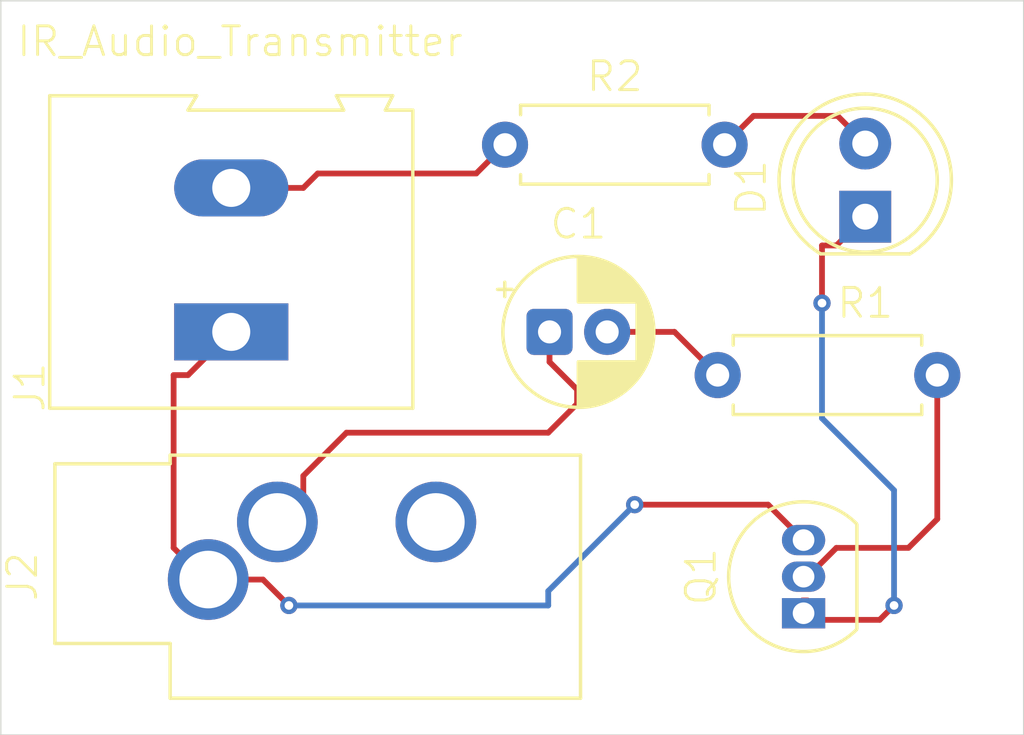
<source format=kicad_pcb>
(kicad_pcb (version 20241229) (generator "pcbnew") (generator_version "9.0")
  (layers (0 "F.Cu" signal) (2 "B.Cu" signal) (13 "F.Paste" user) (15 "B.Paste" user) (5 "F.SilkS" user "F.Silkscreen") (7 "B.SilkS" user "B.Silkscreen") (1 "F.Mask" user) (3 "B.Mask" user) (25 "Edge.Cuts" user))
  (net 0 "")
  (net 1 "Net-(C1-Pad1)")
  (net 2 "Net-(C1-Pad2)")
  (net 3 "Net-(D1-A)")
  (net 4 "Net-(D1-K)")
  (net 5 "GND")
  (net 6 "+5V")
  (net 8 "Net-(Q1-B)")
  (footprint "Resistor_THT:R_Axial_DIN0207_L6.3mm_D2.5mm_P7.62mm_Horizontal" (layer "F.Cu") (at 103 82)
    (property "Reference" "R2" (at 3.81 -2.37 0) (layer "F.SilkS") (effects (font (thickness 0.1) (bold yes))))
    (property "Value" "220")
    (fp_line (start 0.54 -1.37) (end 7.08 -1.37) (stroke (width 0.12)) (layer "F.SilkS"))
    (fp_line (start 0.54 -1.04) (end 0.54 -1.37) (stroke (width 0.12)) (layer "F.SilkS"))
    (fp_line (start 0.54 1.04) (end 0.54 1.37) (stroke (width 0.12)) (layer "F.SilkS"))
    (fp_line (start 0.54 1.37) (end 7.08 1.37) (stroke (width 0.12)) (layer "F.SilkS"))
    (fp_line (start 7.08 -1.37) (end 7.08 -1.04) (stroke (width 0.12)) (layer "F.SilkS"))
    (fp_line (start 7.08 1.37) (end 7.08 1.04) (stroke (width 0.12)) (layer "F.SilkS"))
    (pad "1" thru_hole circle (at 0 0) (size 1.6 1.6) (drill 0.8) (layers "*.Cu" "*.Mask") (net 6 "+5V"))
    (pad "2" thru_hole circle (at 7.62 0) (size 1.6 1.6) (drill 0.8) (layers "*.Cu" "*.Mask") (net 3 "Net-(D1-A)"))
  )
  (footprint "Capacitor_THT:CP_Radial_D5.0mm_P2.00mm" (layer "F.Cu") (at 104.544888 88.5)
    (property "Reference" "C1" (at 1 -3.75 0) (layer "F.SilkS") (effects (font (thickness 0.1) (bold yes))))
    (property "Value" "10uF")
    (fp_line (start -1.804775 -1.475) (end -1.304775 -1.475) (stroke (width 0.12)) (layer "F.SilkS"))
    (fp_line (start -1.554775 -1.725) (end -1.554775 -1.225) (stroke (width 0.12)) (layer "F.SilkS"))
    (fp_line (start 1 -2.58) (end 1 -1.04) (stroke (width 0.12)) (layer "F.SilkS"))
    (fp_line (start 1 1.04) (end 1 2.58) (stroke (width 0.12)) (layer "F.SilkS"))
    (fp_line (start 1.04 -2.58) (end 1.04 -1.04) (stroke (width 0.12)) (layer "F.SilkS"))
    (fp_line (start 1.04 1.04) (end 1.04 2.58) (stroke (width 0.12)) (layer "F.SilkS"))
    (fp_line (start 1.08 -2.579) (end 1.08 -1.04) (stroke (width 0.12)) (layer "F.SilkS"))
    (fp_line (start 1.08 1.04) (end 1.08 2.579) (stroke (width 0.12)) (layer "F.SilkS"))
    (fp_line (start 1.12 -2.577) (end 1.12 -1.04) (stroke (width 0.12)) (layer "F.SilkS"))
    (fp_line (start 1.12 1.04) (end 1.12 2.577) (stroke (width 0.12)) (layer "F.SilkS"))
    (fp_line (start 1.16 -2.575) (end 1.16 -1.04) (stroke (width 0.12)) (layer "F.SilkS"))
    (fp_line (start 1.16 1.04) (end 1.16 2.575) (stroke (width 0.12)) (layer "F.SilkS"))
    (fp_line (start 1.2 -2.572) (end 1.2 -1.04) (stroke (width 0.12)) (layer "F.SilkS"))
    (fp_line (start 1.2 1.04) (end 1.2 2.572) (stroke (width 0.12)) (layer "F.SilkS"))
    (fp_line (start 1.24 -2.569) (end 1.24 -1.04) (stroke (width 0.12)) (layer "F.SilkS"))
    (fp_line (start 1.24 1.04) (end 1.24 2.569) (stroke (width 0.12)) (layer "F.SilkS"))
    (fp_line (start 1.28 -2.565) (end 1.28 -1.04) (stroke (width 0.12)) (layer "F.SilkS"))
    (fp_line (start 1.28 1.04) (end 1.28 2.565) (stroke (width 0.12)) (layer "F.SilkS"))
    (fp_line (start 1.32 -2.56) (end 1.32 -1.04) (stroke (width 0.12)) (layer "F.SilkS"))
    (fp_line (start 1.32 1.04) (end 1.32 2.56) (stroke (width 0.12)) (layer "F.SilkS"))
    (fp_line (start 1.36 -2.555) (end 1.36 -1.04) (stroke (width 0.12)) (layer "F.SilkS"))
    (fp_line (start 1.36 1.04) (end 1.36 2.555) (stroke (width 0.12)) (layer "F.SilkS"))
    (fp_line (start 1.4 -2.549) (end 1.4 -1.04) (stroke (width 0.12)) (layer "F.SilkS"))
    (fp_line (start 1.4 1.04) (end 1.4 2.549) (stroke (width 0.12)) (layer "F.SilkS"))
    (fp_line (start 1.44 -2.543) (end 1.44 -1.04) (stroke (width 0.12)) (layer "F.SilkS"))
    (fp_line (start 1.44 1.04) (end 1.44 2.543) (stroke (width 0.12)) (layer "F.SilkS"))
    (fp_line (start 1.48 -2.536) (end 1.48 -1.04) (stroke (width 0.12)) (layer "F.SilkS"))
    (fp_line (start 1.48 1.04) (end 1.48 2.536) (stroke (width 0.12)) (layer "F.SilkS"))
    (fp_line (start 1.52 -2.528) (end 1.52 -1.04) (stroke (width 0.12)) (layer "F.SilkS"))
    (fp_line (start 1.52 1.04) (end 1.52 2.528) (stroke (width 0.12)) (layer "F.SilkS"))
    (fp_line (start 1.56 -2.519) (end 1.56 -1.04) (stroke (width 0.12)) (layer "F.SilkS"))
    (fp_line (start 1.56 1.04) (end 1.56 2.519) (stroke (width 0.12)) (layer "F.SilkS"))
    (fp_line (start 1.6 -2.51) (end 1.6 -1.04) (stroke (width 0.12)) (layer "F.SilkS"))
    (fp_line (start 1.6 1.04) (end 1.6 2.51) (stroke (width 0.12)) (layer "F.SilkS"))
    (fp_line (start 1.64 -2.501) (end 1.64 -1.04) (stroke (width 0.12)) (layer "F.SilkS"))
    (fp_line (start 1.64 1.04) (end 1.64 2.501) (stroke (width 0.12)) (layer "F.SilkS"))
    (fp_line (start 1.68 -2.49) (end 1.68 -1.04) (stroke (width 0.12)) (layer "F.SilkS"))
    (fp_line (start 1.68 1.04) (end 1.68 2.49) (stroke (width 0.12)) (layer "F.SilkS"))
    (fp_line (start 1.72 -2.479) (end 1.72 -1.04) (stroke (width 0.12)) (layer "F.SilkS"))
    (fp_line (start 1.72 1.04) (end 1.72 2.479) (stroke (width 0.12)) (layer "F.SilkS"))
    (fp_line (start 1.76 -2.467) (end 1.76 -1.04) (stroke (width 0.12)) (layer "F.SilkS"))
    (fp_line (start 1.76 1.04) (end 1.76 2.467) (stroke (width 0.12)) (layer "F.SilkS"))
    (fp_line (start 1.8 -2.455) (end 1.8 -1.04) (stroke (width 0.12)) (layer "F.SilkS"))
    (fp_line (start 1.8 1.04) (end 1.8 2.455) (stroke (width 0.12)) (layer "F.SilkS"))
    (fp_line (start 1.84 -2.442) (end 1.84 -1.04) (stroke (width 0.12)) (layer "F.SilkS"))
    (fp_line (start 1.84 1.04) (end 1.84 2.442) (stroke (width 0.12)) (layer "F.SilkS"))
    (fp_line (start 1.88 -2.428) (end 1.88 -1.04) (stroke (width 0.12)) (layer "F.SilkS"))
    (fp_line (start 1.88 1.04) (end 1.88 2.428) (stroke (width 0.12)) (layer "F.SilkS"))
    (fp_line (start 1.92 -2.413) (end 1.92 -1.04) (stroke (width 0.12)) (layer "F.SilkS"))
    (fp_line (start 1.92 1.04) (end 1.92 2.413) (stroke (width 0.12)) (layer "F.SilkS"))
    (fp_line (start 1.96 -2.398) (end 1.96 -1.04) (stroke (width 0.12)) (layer "F.SilkS"))
    (fp_line (start 1.96 1.04) (end 1.96 2.398) (stroke (width 0.12)) (layer "F.SilkS"))
    (fp_line (start 2 -2.382) (end 2 -1.04) (stroke (width 0.12)) (layer "F.SilkS"))
    (fp_line (start 2 1.04) (end 2 2.382) (stroke (width 0.12)) (layer "F.SilkS"))
    (fp_line (start 2.04 -2.365) (end 2.04 -1.04) (stroke (width 0.12)) (layer "F.SilkS"))
    (fp_line (start 2.04 1.04) (end 2.04 2.365) (stroke (width 0.12)) (layer "F.SilkS"))
    (fp_line (start 2.08 -2.347) (end 2.08 -1.04) (stroke (width 0.12)) (layer "F.SilkS"))
    (fp_line (start 2.08 1.04) (end 2.08 2.347) (stroke (width 0.12)) (layer "F.SilkS"))
    (fp_line (start 2.12 -2.329) (end 2.12 -1.04) (stroke (width 0.12)) (layer "F.SilkS"))
    (fp_line (start 2.12 1.04) (end 2.12 2.329) (stroke (width 0.12)) (layer "F.SilkS"))
    (fp_line (start 2.16 -2.309) (end 2.16 -1.04) (stroke (width 0.12)) (layer "F.SilkS"))
    (fp_line (start 2.16 1.04) (end 2.16 2.309) (stroke (width 0.12)) (layer "F.SilkS"))
    (fp_line (start 2.2 -2.289) (end 2.2 -1.04) (stroke (width 0.12)) (layer "F.SilkS"))
    (fp_line (start 2.2 1.04) (end 2.2 2.289) (stroke (width 0.12)) (layer "F.SilkS"))
    (fp_line (start 2.24 -2.268) (end 2.24 -1.04) (stroke (width 0.12)) (layer "F.SilkS"))
    (fp_line (start 2.24 1.04) (end 2.24 2.268) (stroke (width 0.12)) (layer "F.SilkS"))
    (fp_line (start 2.28 -2.246) (end 2.28 -1.04) (stroke (width 0.12)) (layer "F.SilkS"))
    (fp_line (start 2.28 1.04) (end 2.28 2.246) (stroke (width 0.12)) (layer "F.SilkS"))
    (fp_line (start 2.32 -2.223) (end 2.32 -1.04) (stroke (width 0.12)) (layer "F.SilkS"))
    (fp_line (start 2.32 1.04) (end 2.32 2.223) (stroke (width 0.12)) (layer "F.SilkS"))
    (fp_line (start 2.36 -2.199) (end 2.36 -1.04) (stroke (width 0.12)) (layer "F.SilkS"))
    (fp_line (start 2.36 1.04) (end 2.36 2.199) (stroke (width 0.12)) (layer "F.SilkS"))
    (fp_line (start 2.4 -2.175) (end 2.4 -1.04) (stroke (width 0.12)) (layer "F.SilkS"))
    (fp_line (start 2.4 1.04) (end 2.4 2.175) (stroke (width 0.12)) (layer "F.SilkS"))
    (fp_line (start 2.44 -2.149) (end 2.44 -1.04) (stroke (width 0.12)) (layer "F.SilkS"))
    (fp_line (start 2.44 1.04) (end 2.44 2.149) (stroke (width 0.12)) (layer "F.SilkS"))
    (fp_line (start 2.48 -2.122) (end 2.48 -1.04) (stroke (width 0.12)) (layer "F.SilkS"))
    (fp_line (start 2.48 1.04) (end 2.48 2.122) (stroke (width 0.12)) (layer "F.SilkS"))
    (fp_line (start 2.52 -2.094) (end 2.52 -1.04) (stroke (width 0.12)) (layer "F.SilkS"))
    (fp_line (start 2.52 1.04) (end 2.52 2.094) (stroke (width 0.12)) (layer "F.SilkS"))
    (fp_line (start 2.56 -2.065) (end 2.56 -1.04) (stroke (width 0.12)) (layer "F.SilkS"))
    (fp_line (start 2.56 1.04) (end 2.56 2.065) (stroke (width 0.12)) (layer "F.SilkS"))
    (fp_line (start 2.6 -2.035) (end 2.6 -1.04) (stroke (width 0.12)) (layer "F.SilkS"))
    (fp_line (start 2.6 1.04) (end 2.6 2.035) (stroke (width 0.12)) (layer "F.SilkS"))
    (fp_line (start 2.64 -2.003) (end 2.64 -1.04) (stroke (width 0.12)) (layer "F.SilkS"))
    (fp_line (start 2.64 1.04) (end 2.64 2.003) (stroke (width 0.12)) (layer "F.SilkS"))
    (fp_line (start 2.68 -1.97) (end 2.68 -1.04) (stroke (width 0.12)) (layer "F.SilkS"))
    (fp_line (start 2.68 1.04) (end 2.68 1.97) (stroke (width 0.12)) (layer "F.SilkS"))
    (fp_line (start 2.72 -1.936) (end 2.72 -1.04) (stroke (width 0.12)) (layer "F.SilkS"))
    (fp_line (start 2.72 1.04) (end 2.72 1.936) (stroke (width 0.12)) (layer "F.SilkS"))
    (fp_line (start 2.76 -1.901) (end 2.76 -1.04) (stroke (width 0.12)) (layer "F.SilkS"))
    (fp_line (start 2.76 1.04) (end 2.76 1.901) (stroke (width 0.12)) (layer "F.SilkS"))
    (fp_line (start 2.8 -1.864) (end 2.8 -1.04) (stroke (width 0.12)) (layer "F.SilkS"))
    (fp_line (start 2.8 1.04) (end 2.8 1.864) (stroke (width 0.12)) (layer "F.SilkS"))
    (fp_line (start 2.84 -1.825) (end 2.84 -1.04) (stroke (width 0.12)) (layer "F.SilkS"))
    (fp_line (start 2.84 1.04) (end 2.84 1.825) (stroke (width 0.12)) (layer "F.SilkS"))
    (fp_line (start 2.88 -1.785) (end 2.88 -1.04) (stroke (width 0.12)) (layer "F.SilkS"))
    (fp_line (start 2.88 1.04) (end 2.88 1.785) (stroke (width 0.12)) (layer "F.SilkS"))
    (fp_line (start 2.92 -1.743) (end 2.92 -1.04) (stroke (width 0.12)) (layer "F.SilkS"))
    (fp_line (start 2.92 1.04) (end 2.92 1.743) (stroke (width 0.12)) (layer "F.SilkS"))
    (fp_line (start 2.96 -1.699) (end 2.96 -1.04) (stroke (width 0.12)) (layer "F.SilkS"))
    (fp_line (start 2.96 1.04) (end 2.96 1.699) (stroke (width 0.12)) (layer "F.SilkS"))
    (fp_line (start 3 -1.652) (end 3 -1.04) (stroke (width 0.12)) (layer "F.SilkS"))
    (fp_line (start 3 1.04) (end 3 1.652) (stroke (width 0.12)) (layer "F.SilkS"))
    (fp_line (start 3.04 -1.604) (end 3.04 1.604) (stroke (width 0.12)) (layer "F.SilkS"))
    (fp_line (start 3.08 -1.553) (end 3.08 1.553) (stroke (width 0.12)) (layer "F.SilkS"))
    (fp_line (start 3.12 -1.499) (end 3.12 1.499) (stroke (width 0.12)) (layer "F.SilkS"))
    (fp_line (start 3.16 -1.443) (end 3.16 1.443) (stroke (width 0.12)) (layer "F.SilkS"))
    (fp_line (start 3.2 -1.383) (end 3.2 1.383) (stroke (width 0.12)) (layer "F.SilkS"))
    (fp_line (start 3.24 -1.319) (end 3.24 1.319) (stroke (width 0.12)) (layer "F.SilkS"))
    (fp_line (start 3.28 -1.251) (end 3.28 1.251) (stroke (width 0.12)) (layer "F.SilkS"))
    (fp_line (start 3.32 -1.177) (end 3.32 1.177) (stroke (width 0.12)) (layer "F.SilkS"))
    (fp_line (start 3.36 -1.098) (end 3.36 1.098) (stroke (width 0.12)) (layer "F.SilkS"))
    (fp_line (start 3.4 -1.011) (end 3.4 1.011) (stroke (width 0.12)) (layer "F.SilkS"))
    (fp_line (start 3.44 -0.914) (end 3.44 0.914) (stroke (width 0.12)) (layer "F.SilkS"))
    (fp_line (start 3.48 -0.805) (end 3.48 0.805) (stroke (width 0.12)) (layer "F.SilkS"))
    (fp_line (start 3.52 -0.677) (end 3.52 0.677) (stroke (width 0.12)) (layer "F.SilkS"))
    (fp_line (start 3.56 -0.517) (end 3.56 0.517) (stroke (width 0.12)) (layer "F.SilkS"))
    (fp_line (start 3.6 -0.283) (end 3.6 0.283) (stroke (width 0.12)) (layer "F.SilkS"))
    (fp_circle (center 1 0) (end 3.62 0) (stroke (width 0.12)) (fill no) (layer "F.SilkS"))
    (pad "1" thru_hole roundrect (at 0 0) (size 1.6 1.6) (drill 0.8) (layers "*.Cu" "*.Mask") (roundrect_rratio 0.15625) (net 1 "Net-(C1-Pad1)"))
    (pad "2" thru_hole circle (at 2 0) (size 1.6 1.6) (drill 0.8) (layers "*.Cu" "*.Mask") (net 2 "Net-(C1-Pad2)"))
  )
  (footprint "TerminalBlock:TerminalBlock_Altech_AK300-2_P5.00mm" (layer "F.Cu") (at 93.5 88.5 90)
    (property "Reference" "J1" (at -1.92 -6.99 90) (layer "F.SilkS") (effects (font (thickness 0.1) (bold yes))))
    (property "Value" "Screw_Terminal_01x02")
    (fp_line (start 8.2 -6.3) (end -2.65 -6.3) (stroke (width 0.12)) (layer "F.SilkS"))
    (fp_line (start -2.65 -6.3) (end -2.65 6.3) (stroke (width 0.12)) (layer "F.SilkS"))
    (fp_line (start 7.7 -1.5) (end 8.2 -1.2) (stroke (width 0.12)) (layer "F.SilkS"))
    (fp_line (start 8.2 -1.2) (end 8.2 -6.3) (stroke (width 0.12)) (layer "F.SilkS"))
    (fp_line (start 8.2 3.65) (end 7.7 3.9) (stroke (width 0.12)) (layer "F.SilkS"))
    (fp_line (start 8.2 3.7) (end 8.2 3.65) (stroke (width 0.12)) (layer "F.SilkS"))
    (fp_line (start 7.7 3.9) (end 7.7 -1.5) (stroke (width 0.12)) (layer "F.SilkS"))
    (fp_line (start 7.7 5.35) (end 8.2 5.6) (stroke (width 0.12)) (layer "F.SilkS"))
    (fp_line (start 8.2 5.6) (end 8.2 3.7) (stroke (width 0.12)) (layer "F.SilkS"))
    (fp_line (start 7.7 6.3) (end 7.7 5.35) (stroke (width 0.12)) (layer "F.SilkS"))
    (fp_line (start -2.65 6.3) (end 7.7 6.3) (stroke (width 0.12)) (layer "F.SilkS"))
    (pad "1" thru_hole rect (at 0 0 90) (size 1.98 3.96) (drill 1.32) (layers "*.Cu" "*.Mask") (net 5 "GND"))
    (pad "2" thru_hole oval (at 5 0 90) (size 1.98 3.96) (drill 1.32) (layers "*.Cu" "*.Mask") (net 6 "+5V"))
  )
  (footprint "Package_TO_SOT_THT:TO-92_Inline" (layer "F.Cu") (at 113.36 98.27 90)
    (property "Reference" "Q1" (at 1.27 -3.56 90) (layer "F.SilkS") (effects (font (thickness 0.1) (bold yes))))
    (property "Value" "S8050")
    (fp_line (start -0.53 1.85) (end 3.07 1.85) (stroke (width 0.12)) (layer "F.SilkS"))
    (fp_arc (start 1.27 -2.6) (mid 3.672087 -0.994977) (end 3.108478 1.838478) (stroke (width 0.12)) (layer "F.SilkS"))
    (fp_arc (start -0.568478 1.838478) (mid -1.132087 -0.994977) (end 1.27 -2.6) (stroke (width 0.12)) (layer "F.SilkS"))
    (pad "1" thru_hole rect (at 0 0 90) (size 1.05 1.5) (drill 0.75) (layers "*.Cu" "*.Mask") (net 4 "Net-(D1-K)"))
    (pad "2" thru_hole oval (at 1.27 0 90) (size 1.05 1.5) (drill 0.75) (layers "*.Cu" "*.Mask") (net 8 "Net-(Q1-B)"))
    (pad "3" thru_hole oval (at 2.54 0 90) (size 1.05 1.5) (drill 0.75) (layers "*.Cu" "*.Mask") (net 5 "GND"))
  )
  (footprint "Resistor_THT:R_Axial_DIN0207_L6.3mm_D2.5mm_P7.62mm_Horizontal" (layer "F.Cu") (at 110.38 90)
    (property "Reference" "R1" (at 5.12 -2.5 0) (layer "F.SilkS") (effects (font (thickness 0.1) (bold yes))))
    (property "Value" "1k")
    (fp_line (start 0.54 -1.37) (end 7.08 -1.37) (stroke (width 0.12)) (layer "F.SilkS"))
    (fp_line (start 0.54 -1.04) (end 0.54 -1.37) (stroke (width 0.12)) (layer "F.SilkS"))
    (fp_line (start 0.54 1.04) (end 0.54 1.37) (stroke (width 0.12)) (layer "F.SilkS"))
    (fp_line (start 0.54 1.37) (end 7.08 1.37) (stroke (width 0.12)) (layer "F.SilkS"))
    (fp_line (start 7.08 -1.37) (end 7.08 -1.04) (stroke (width 0.12)) (layer "F.SilkS"))
    (fp_line (start 7.08 1.37) (end 7.08 1.04) (stroke (width 0.12)) (layer "F.SilkS"))
    (pad "1" thru_hole circle (at 0 0) (size 1.6 1.6) (drill 0.8) (layers "*.Cu" "*.Mask") (net 2 "Net-(C1-Pad2)"))
    (pad "2" thru_hole circle (at 7.62 0) (size 1.6 1.6) (drill 0.8) (layers "*.Cu" "*.Mask") (net 8 "Net-(Q1-B)"))
  )
  (footprint "LED_THT:LED_D5.0mm_IRGrey" (layer "F.Cu") (at 115.5 84.5 90)
    (property "Reference" "D1" (at 1 -3.96 90) (layer "F.SilkS") (effects (font (thickness 0.1) (bold yes))))
    (property "Value" "IR1")
    (fp_line (start -1.29 -1.545) (end -1.29 1.545) (stroke (width 0.12)) (layer "F.SilkS"))
    (fp_arc (start -1.29 -1.54483) (mid 2.071779 -2.880495) (end 4.26 0) (stroke (width 0.12)) (layer "F.SilkS"))
    (fp_arc (start 4.26 0) (mid 2.071779 2.880495) (end -1.29 1.54483) (stroke (width 0.12)) (layer "F.SilkS"))
    (fp_circle (center 1.27 0) (end 3.77 0) (stroke (width 0.12)) (fill no) (layer "F.SilkS"))
    (pad "1" thru_hole rect (at 0 0 90) (size 1.8 1.8) (drill 0.9) (layers "*.Cu" "*.Mask") (net 4 "Net-(D1-K)"))
    (pad "2" thru_hole circle (at 2.54 0 90) (size 1.8 1.8) (drill 0.9) (layers "*.Cu" "*.Mask") (net 3 "Net-(D1-A)"))
  )
  (footprint "Connector_Audio:Jack_3.5mm_CUI_SJ1-3533NG_Horizontal_CircularHoles" (layer "F.Cu") (at 92.7 97.1 90)
    (property "Reference" "J2" (at 0.1 -6.45 90) (layer "F.SilkS") (effects (font (thickness 0.1) (bold yes))))
    (property "Value" "AudioJack3")
    (fp_line (start 4.02 -5.32) (end 4.02 -1.32) (stroke (width 0.12)) (layer "F.SilkS"))
    (fp_line (start -2.22 -5.32) (end 4.02 -5.32) (stroke (width 0.12)) (layer "F.SilkS"))
    (fp_line (start 4.32 -1.32) (end 4.32 12.92) (stroke (width 0.12)) (layer "F.SilkS"))
    (fp_line (start 4.02 -1.32) (end 4.32 -1.32) (stroke (width 0.12)) (layer "F.SilkS"))
    (fp_line (start -2.22 -1.32) (end -2.22 -5.32) (stroke (width 0.12)) (layer "F.SilkS"))
    (fp_line (start -4.12 -1.32) (end -2.22 -1.32) (stroke (width 0.12)) (layer "F.SilkS"))
    (fp_line (start 4.32 12.92) (end -4.12 12.92) (stroke (width 0.12)) (layer "F.SilkS"))
    (fp_line (start -4.12 12.92) (end -4.12 -1.32) (stroke (width 0.12)) (layer "F.SilkS"))
    (pad "R" thru_hole circle (at 2 7.9 90) (size 2.8 2.8) (drill 2) (layers "*.Cu" "*.Mask"))
    (pad "S" thru_hole circle (at 0 0 90) (size 2.8 2.8) (drill 2) (layers "*.Cu" "*.Mask") (net 5 "GND"))
    (pad "T" thru_hole circle (at 2 2.4 90) (size 2.8 2.8) (drill 2) (layers "*.Cu" "*.Mask") (net 1 "Net-(C1-Pad1)"))
  )
  (gr_rect (start 85.5 77) (end 121 102.5) (stroke (width 0.05)) (fill no) (layer "Edge.Cuts"))
  (gr_text "IR_Audio_Transmitter" (at 86 79 0) (layer "F.SilkS") (effects (font (size 1 1) (thickness 0.1)) (justify left bottom)))
  (segment (start 105.5 91) (end 105.5 90.5) (width 0.2) (layer "F.Cu") (net 1))
  (segment (start 97.5 92) (end 104.5 92) (width 0.2) (layer "F.Cu") (net 1))
  (segment (start 96 93.5) (end 97.5 92) (width 0.2) (layer "F.Cu") (net 1))
  (segment (start 104.5 92) (end 105.5 91) (width 0.2) (layer "F.Cu") (net 1))
  (segment (start 104.544888 89.544888) (end 104.544888 88.5) (width 0.2) (layer "F.Cu") (net 1))
  (segment (start 105.5 90.5) (end 104.544888 89.544888) (width 0.2) (layer "F.Cu") (net 1))
  (segment (start 95.1 95.1) (end 96 94.2) (width 0.2) (layer "F.Cu") (net 1))
  (segment (start 96 94.2) (end 96 93.5) (width 0.2) (layer "F.Cu") (net 1))
  (segment (start 108.88 88.5) (end 110.38 90) (width 0.2) (layer "F.Cu") (net 2))
  (segment (start 106.544888 88.5) (end 108.88 88.5) (width 0.2) (layer "F.Cu") (net 2))
  (segment (start 114.54 81) (end 115.5 81.96) (width 0.2) (layer "F.Cu") (net 3))
  (segment (start 111.62 81) (end 114.54 81) (width 0.2) (layer "F.Cu") (net 3))
  (segment (start 110.62 82) (end 111.62 81) (width 0.2) (layer "F.Cu") (net 3))
  (segment (start 115.5 84.5) (end 114.5 85.5) (width 0.2) (layer "F.Cu") (net 4))
  (segment (start 113.36 97.86) (end 113.326 97.826) (width 0.2) (layer "F.Cu") (net 4))
  (segment (start 114 85.5) (end 114 87.5) (width 0.2) (layer "F.Cu") (net 4))
  (segment (start 113.5 98.41) (end 113.5 98.5) (width 0.2) (layer "F.Cu") (net 4))
  (segment (start 113.36 98.27) (end 113.36 97.86) (width 0.2) (layer "F.Cu") (net 4))
  (segment (start 116 98.5) (end 113.59 98.5) (width 0.2) (layer "F.Cu") (net 4))
  (segment (start 114.5 85.5) (end 114 85.5) (width 0.2) (layer "F.Cu") (net 4))
  (segment (start 116.5 98) (end 116 98.5) (width 0.2) (layer "F.Cu") (net 4))
  (segment (start 113.326 97.826) (end 113.5 97.826) (width 0.2) (layer "F.Cu") (net 4))
  (segment (start 113.59 98.5) (end 113.36 98.27) (width 0.2) (layer "F.Cu") (net 4))
  (via (at 116.5 98) (size 0.6) (drill 0.3) (layers "F.Cu" "B.Cu") (net 4))
  (via (at 114 87.5) (size 0.6) (drill 0.3) (layers "F.Cu" "B.Cu") (net 4))
  (segment (start 116.5 94) (end 116.5 98) (width 0.2) (layer "B.Cu") (net 4))
  (segment (start 114 87.5) (end 114 91.5) (width 0.2) (layer "B.Cu") (net 4))
  (segment (start 114 91.5) (end 116.5 94) (width 0.2) (layer "B.Cu") (net 4))
  (segment (start 94.6 97.1) (end 92.7 97.1) (width 0.2) (layer "F.Cu") (net 5))
  (segment (start 113.36 95.73) (end 112.13 94.5) (width 0.2) (layer "F.Cu") (net 5))
  (segment (start 92.7 97.1) (end 92.6 97.1) (width 0.2) (layer "F.Cu") (net 5))
  (segment (start 92 90) (end 93.5 88.5) (width 0.2) (layer "F.Cu") (net 5))
  (segment (start 95.5 98) (end 94.6 97.1) (width 0.2) (layer "F.Cu") (net 5))
  (segment (start 92.6 97.1) (end 91.5 96) (width 0.2) (layer "F.Cu") (net 5))
  (segment (start 91.5 96) (end 91.5 90) (width 0.2) (layer "F.Cu") (net 5))
  (segment (start 91.5 90) (end 92 90) (width 0.2) (layer "F.Cu") (net 5))
  (segment (start 112.13 94.5) (end 107.5 94.5) (width 0.2) (layer "F.Cu") (net 5))
  (via (at 107.5 94.5) (size 0.6) (drill 0.3) (layers "F.Cu" "B.Cu") (net 5))
  (via (at 95.5 98) (size 0.6) (drill 0.3) (layers "F.Cu" "B.Cu") (net 5))
  (segment (start 107.5 94.5) (end 104.5 97.5) (width 0.2) (layer "B.Cu") (net 5))
  (segment (start 104.5 98) (end 95.5 98) (width 0.2) (layer "B.Cu") (net 5))
  (segment (start 104.5 97.5) (end 104.5 98) (width 0.2) (layer "B.Cu") (net 5))
  (segment (start 96.5 83) (end 96 83.5) (width 0.2) (layer "F.Cu") (net 6))
  (segment (start 102 83) (end 96.5 83) (width 0.2) (layer "F.Cu") (net 6))
  (segment (start 103 82) (end 102 83) (width 0.2) (layer "F.Cu") (net 6))
  (segment (start 96 83.5) (end 93.5 83.5) (width 0.2) (layer "F.Cu") (net 6))
  (segment (start 113.135 97) (end 113.36 97) (width 0.2) (layer "F.Cu") (net 8))
  (segment (start 113.5 97) (end 113.36 97) (width 0.2) (layer "F.Cu") (net 8))
  (segment (start 114.5 96) (end 113.5 97) (width 0.2) (layer "F.Cu") (net 8))
  (segment (start 117 96) (end 114.5 96) (width 0.2) (layer "F.Cu") (net 8))
  (segment (start 118 90) (end 118 95) (width 0.2) (layer "F.Cu") (net 8))
  (segment (start 118 95) (end 117 96) (width 0.2) (layer "F.Cu") (net 8))
)
</source>
